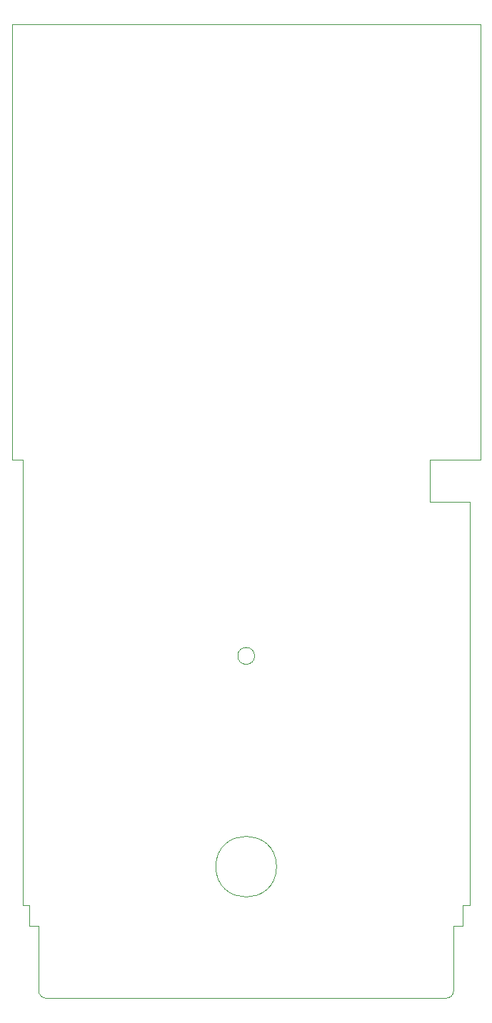
<source format=gm1>
%TF.GenerationSoftware,KiCad,Pcbnew,(5.1.10-1-10_14)*%
%TF.CreationDate,2023-03-17T01:48:03+08:00*%
%TF.ProjectId,GB_MemoryBackup_Mainboard,47425f4d-656d-46f7-9279-4261636b7570,1.1*%
%TF.SameCoordinates,Original*%
%TF.FileFunction,Profile,NP*%
%FSLAX46Y46*%
G04 Gerber Fmt 4.6, Leading zero omitted, Abs format (unit mm)*
G04 Created by KiCad (PCBNEW (5.1.10-1-10_14)) date 2023-03-17 01:48:03*
%MOMM*%
%LPD*%
G01*
G04 APERTURE LIST*
%TA.AperFunction,Profile*%
%ADD10C,0.100000*%
%TD*%
G04 APERTURE END LIST*
D10*
X90600000Y-114900000D02*
G75*
G03*
X90600000Y-114900000I-1000000J0D01*
G01*
X93200000Y-139900000D02*
G75*
G03*
X93200000Y-139900000I-3600000J0D01*
G01*
X63100000Y-144500000D02*
X63900000Y-144500000D01*
X115300000Y-144500000D02*
X116100000Y-144500000D01*
X63100000Y-91600000D02*
X61850000Y-91600000D01*
X61850000Y-91600000D02*
X61850000Y-40000000D01*
X111350000Y-91600000D02*
X117350000Y-91600000D01*
X111350000Y-92100000D02*
X111350000Y-96600000D01*
X111350000Y-96600000D02*
X116100000Y-96600000D01*
X116100000Y-96600000D02*
X116100000Y-144500000D01*
X111350000Y-92100000D02*
X111350000Y-91600000D01*
X117350000Y-40000000D02*
X117350000Y-91600000D01*
X61850000Y-40000000D02*
X117350000Y-40000000D01*
X63100000Y-144500000D02*
X63100000Y-91600000D01*
%TO.C,J1*%
X65000000Y-146900000D02*
X63900000Y-146900000D01*
X63900000Y-146900000D02*
X63900000Y-144500000D01*
X115300000Y-146900000D02*
X115300000Y-144500000D01*
X65000000Y-154600000D02*
X65000000Y-146900000D01*
X114200000Y-154600000D02*
X114200000Y-146900000D01*
X65900000Y-155500000D02*
X113300000Y-155500000D01*
X114200000Y-146900000D02*
X115300000Y-146900000D01*
X65900000Y-155500000D02*
G75*
G02*
X65000000Y-154600000I0J900000D01*
G01*
X114200000Y-154600000D02*
G75*
G02*
X113300000Y-155500000I-900000J0D01*
G01*
%TD*%
M02*

</source>
